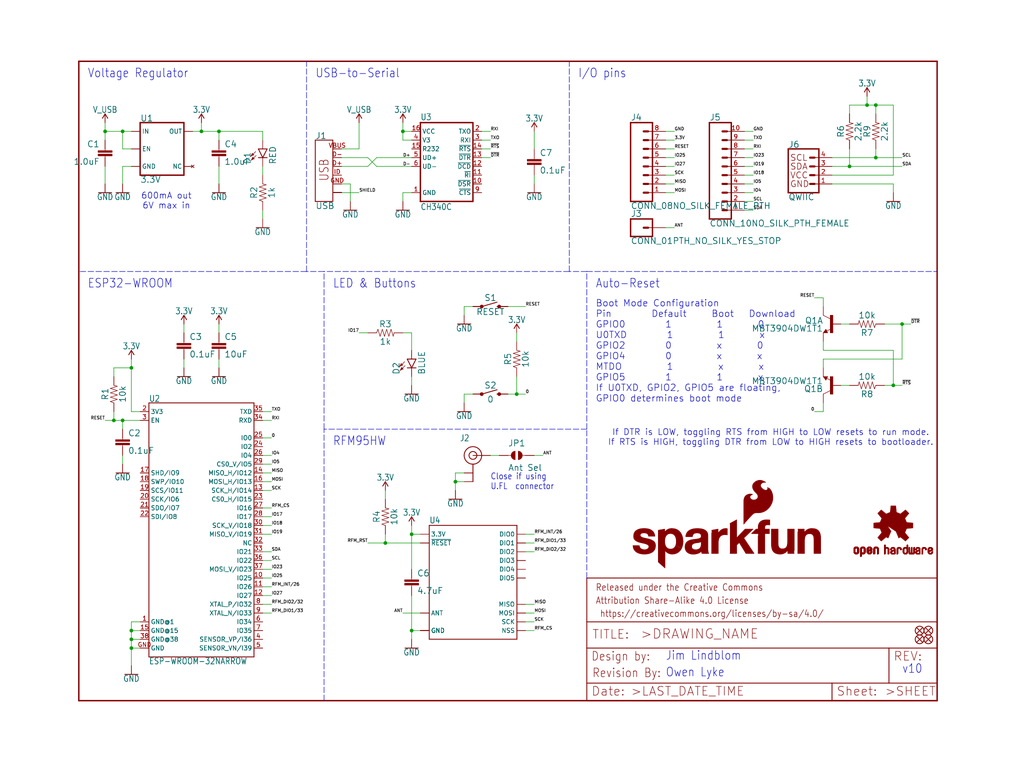
<source format=kicad_sch>
(kicad_sch (version 20211123) (generator eeschema)
  (paper "User" 297.002 223.926)
  (lib_symbols
    (symbol "eagleSchem-eagle-import:0.1UF-0603-25V-(+80{slash}-20%)"
      (property "Reference" "C" (at 1.524 2.921 0))
      (property "Value" "0.1UF-0603-25V-(+80{slash}-20%)" (at 1.524 -2.159 0))
      (symbol "0.1UF-0603-25V-(+80{slash}-20%)_1_0"
        (pin passive line (at 0 5.08 270) (length 2.54) (name "1") (number "1"))
        (pin passive line (at 0 -2.54 90) (length 2.54) (name "2") (number "2"))
      )
    )
    (symbol "eagleSchem-eagle-import:0.1UF-0603-25V-5%"
      (property "Reference" "C" (at 1.524 2.921 0))
      (property "Value" "0.1UF-0603-25V-5%" (at 1.524 -2.159 0))
      (symbol "0.1UF-0603-25V-5%_1_0"
        (pin passive line (at 0 5.08 270) (length 2.54) (name "1") (number "1"))
        (pin passive line (at 0 -2.54 90) (length 2.54) (name "2") (number "2"))
      )
    )
    (symbol "eagleSchem-eagle-import:1.0UF-0603-16V-10%"
      (property "Reference" "C" (at 1.524 2.921 0))
      (property "Value" "1.0UF-0603-16V-10%" (at 1.524 -2.159 0))
      (symbol "1.0UF-0603-16V-10%_1_0"
        (pin passive line (at 0 5.08 270) (length 2.54) (name "1") (number "1"))
        (pin passive line (at 0 -2.54 90) (length 2.54) (name "2") (number "2"))
      )
    )
    (symbol "eagleSchem-eagle-import:10KOHM-0603-1{slash}10W-1%"
      (property "Reference" "R" (at 0 1.524 0))
      (property "Value" "10KOHM-0603-1{slash}10W-1%" (at 0 -1.524 0))
      (symbol "10KOHM-0603-1{slash}10W-1%_1_0"
        (pin passive line (at -5.08 0 0) (length 2.54) (name "1") (number "1"))
        (pin passive line (at 5.08 0 180) (length 2.54) (name "2") (number "2"))
      )
    )
    (symbol "eagleSchem-eagle-import:10UF-0603-6.3V-20%"
      (property "Reference" "C" (at 1.524 2.921 0))
      (property "Value" "10UF-0603-6.3V-20%" (at 1.524 -2.159 0))
      (symbol "10UF-0603-6.3V-20%_1_0"
        (pin passive line (at 0 5.08 270) (length 2.54) (name "1") (number "1"))
        (pin passive line (at 0 -2.54 90) (length 2.54) (name "2") (number "2"))
      )
    )
    (symbol "eagleSchem-eagle-import:1KOHM-0603-1{slash}10W-1%"
      (property "Reference" "R" (at 0 1.524 0))
      (property "Value" "1KOHM-0603-1{slash}10W-1%" (at 0 -1.524 0))
      (symbol "1KOHM-0603-1{slash}10W-1%_1_0"
        (pin passive line (at -5.08 0 0) (length 2.54) (name "1") (number "1"))
        (pin passive line (at 5.08 0 180) (length 2.54) (name "2") (number "2"))
      )
    )
    (symbol "eagleSchem-eagle-import:2.2KOHM-0603-1{slash}10W-1%"
      (property "Reference" "R" (at 0 1.524 0))
      (property "Value" "2.2KOHM-0603-1{slash}10W-1%" (at 0 -1.524 0))
      (symbol "2.2KOHM-0603-1{slash}10W-1%_1_0"
        (pin passive line (at -5.08 0 0) (length 2.54) (name "1") (number "1"))
        (pin passive line (at 5.08 0 180) (length 2.54) (name "2") (number "2"))
      )
    )
    (symbol "eagleSchem-eagle-import:3.3V" (power)
      (property "Value" "3.3V" (at 0 2.794 0))
      (symbol "3.3V_1_0"
        (pin power_in line (at 0 0 90) (length 2.54) (name "3.3V") (number "1"))
      )
    )
    (symbol "eagleSchem-eagle-import:4.7UF-0603-6.3V-(10%)"
      (property "Reference" "C" (at 1.524 2.921 0))
      (property "Value" "4.7UF-0603-6.3V-(10%)" (at 1.524 -2.159 0))
      (symbol "4.7UF-0603-6.3V-(10%)_1_0"
        (pin passive line (at 0 5.08 270) (length 2.54) (name "1") (number "1"))
        (pin passive line (at 0 -2.54 90) (length 2.54) (name "2") (number "2"))
      )
    )
    (symbol "eagleSchem-eagle-import:CH340C"
      (property "Reference" "U" (at -7.62 10.795 0))
      (property "Value" "CH340C" (at -7.62 -15.24 0))
      (symbol "CH340C_1_0"
        (pin bidirectional line (at -10.16 -10.16 0) (length 2.54) (name "GND") (number "1"))
        (pin bidirectional line (at 10.16 -7.62 180) (length 2.54) (name "~{DSR}") (number "10"))
        (pin bidirectional line (at 10.16 -5.08 180) (length 2.54) (name "~{RI}") (number "11"))
        (pin bidirectional line (at 10.16 -2.54 180) (length 2.54) (name "~{DCD}") (number "12"))
        (pin bidirectional line (at 10.16 0 180) (length 2.54) (name "~{DTR}") (number "13"))
        (pin bidirectional line (at 10.16 2.54 180) (length 2.54) (name "~{RTS}") (number "14"))
        (pin bidirectional line (at -10.16 2.54 0) (length 2.54) (name "R232") (number "15"))
        (pin bidirectional line (at -10.16 7.62 0) (length 2.54) (name "VCC") (number "16"))
        (pin bidirectional line (at 10.16 7.62 180) (length 2.54) (name "TXO") (number "2"))
        (pin bidirectional line (at 10.16 5.08 180) (length 2.54) (name "RXI") (number "3"))
        (pin bidirectional line (at -10.16 5.08 0) (length 2.54) (name "V3") (number "4"))
        (pin bidirectional line (at -10.16 0 0) (length 2.54) (name "UD+") (number "5"))
        (pin bidirectional line (at -10.16 -2.54 0) (length 2.54) (name "UD-") (number "6"))
        (pin bidirectional line (at 10.16 -10.16 180) (length 2.54) (name "~{CTS}") (number "9"))
      )
    )
    (symbol "eagleSchem-eagle-import:CONN_01PTH_NO_SILK_YES_STOP"
      (property "Reference" "J" (at -2.54 3.048 0))
      (property "Value" "CONN_01PTH_NO_SILK_YES_STOP" (at -2.54 -4.826 0))
      (symbol "CONN_01PTH_NO_SILK_YES_STOP_1_0"
        (pin passive line (at 7.62 0 180) (length 5.08) (name "1") (number "1"))
      )
    )
    (symbol "eagleSchem-eagle-import:CONN_08NO_SILK_FEMALE_PTH"
      (property "Reference" "J" (at -5.08 13.208 0))
      (property "Value" "CONN_08NO_SILK_FEMALE_PTH" (at -5.08 -12.446 0))
      (symbol "CONN_08NO_SILK_FEMALE_PTH_1_0"
        (pin passive line (at 5.08 -7.62 180) (length 5.08) (name "1") (number "1"))
        (pin passive line (at 5.08 -5.08 180) (length 5.08) (name "2") (number "2"))
        (pin passive line (at 5.08 -2.54 180) (length 5.08) (name "3") (number "3"))
        (pin passive line (at 5.08 0 180) (length 5.08) (name "4") (number "4"))
        (pin passive line (at 5.08 2.54 180) (length 5.08) (name "5") (number "5"))
        (pin passive line (at 5.08 5.08 180) (length 5.08) (name "6") (number "6"))
        (pin passive line (at 5.08 7.62 180) (length 5.08) (name "7") (number "7"))
        (pin passive line (at 5.08 10.16 180) (length 5.08) (name "8") (number "8"))
      )
    )
    (symbol "eagleSchem-eagle-import:CONN_10NO_SILK_PTH_FEMALE"
      (property "Reference" "J" (at 0 8.128 0))
      (property "Value" "CONN_10NO_SILK_PTH_FEMALE" (at 0 -22.606 0))
      (symbol "CONN_10NO_SILK_PTH_FEMALE_1_0"
        (pin passive line (at 10.16 -17.78 180) (length 5.08) (name "1") (number "1"))
        (pin passive line (at 10.16 5.08 180) (length 5.08) (name "10") (number "10"))
        (pin passive line (at 10.16 -15.24 180) (length 5.08) (name "2") (number "2"))
        (pin passive line (at 10.16 -12.7 180) (length 5.08) (name "3") (number "3"))
        (pin passive line (at 10.16 -10.16 180) (length 5.08) (name "4") (number "4"))
        (pin passive line (at 10.16 -7.62 180) (length 5.08) (name "5") (number "5"))
        (pin passive line (at 10.16 -5.08 180) (length 5.08) (name "6") (number "6"))
        (pin passive line (at 10.16 -2.54 180) (length 5.08) (name "7") (number "7"))
        (pin passive line (at 10.16 0 180) (length 5.08) (name "8") (number "8"))
        (pin passive line (at 10.16 2.54 180) (length 5.08) (name "9") (number "9"))
      )
    )
    (symbol "eagleSchem-eagle-import:ESP-WROOM-32NARROW"
      (property "Reference" "U" (at -15.24 35.814 0))
      (property "Value" "ESP-WROOM-32NARROW" (at -15.24 -38.354 0))
      (symbol "ESP-WROOM-32NARROW_1_0"
        (pin bidirectional line (at -17.78 -27.94 0) (length 2.54) (name "GND@1") (number "1"))
        (pin bidirectional line (at 17.78 -15.24 180) (length 2.54) (name "IO25") (number "10"))
        (pin bidirectional line (at 17.78 -17.78 180) (length 2.54) (name "IO26") (number "11"))
        (pin bidirectional line (at 17.78 -20.32 180) (length 2.54) (name "IO27") (number "12"))
        (pin bidirectional line (at 17.78 10.16 180) (length 2.54) (name "SCK_H/IO14") (number "13"))
        (pin bidirectional line (at 17.78 15.24 180) (length 2.54) (name "MISO_H/IO12") (number "14"))
        (pin bidirectional line (at -17.78 -30.48 0) (length 2.54) (name "GND@15") (number "15"))
        (pin bidirectional line (at 17.78 12.7 180) (length 2.54) (name "MOSI_H/IO13") (number "16"))
        (pin bidirectional line (at -17.78 15.24 0) (length 2.54) (name "SHD/IO9") (number "17"))
        (pin bidirectional line (at -17.78 12.7 0) (length 2.54) (name "SWP/IO10") (number "18"))
        (pin bidirectional line (at -17.78 10.16 0) (length 2.54) (name "SCS/IO11") (number "19"))
        (pin bidirectional line (at -17.78 33.02 0) (length 2.54) (name "3V3") (number "2"))
        (pin bidirectional line (at -17.78 7.62 0) (length 2.54) (name "SCK/IO6") (number "20"))
        (pin bidirectional line (at -17.78 5.08 0) (length 2.54) (name "SDO/IO7") (number "21"))
        (pin bidirectional line (at -17.78 2.54 0) (length 2.54) (name "SDI/IO8") (number "22"))
        (pin bidirectional line (at 17.78 7.62 180) (length 2.54) (name "CS0_H/IO15") (number "23"))
        (pin bidirectional line (at 17.78 22.86 180) (length 2.54) (name "IO2") (number "24"))
        (pin bidirectional line (at 17.78 25.4 180) (length 2.54) (name "IO0") (number "25"))
        (pin bidirectional line (at 17.78 20.32 180) (length 2.54) (name "IO4") (number "26"))
        (pin bidirectional line (at 17.78 5.08 180) (length 2.54) (name "IO16") (number "27"))
        (pin bidirectional line (at 17.78 2.54 180) (length 2.54) (name "IO17") (number "28"))
        (pin bidirectional line (at 17.78 17.78 180) (length 2.54) (name "CS0_V/IO5") (number "29"))
        (pin bidirectional line (at -17.78 30.48 0) (length 2.54) (name "EN") (number "3"))
        (pin bidirectional line (at 17.78 0 180) (length 2.54) (name "SCK_V/IO18") (number "30"))
        (pin bidirectional line (at 17.78 -2.54 180) (length 2.54) (name "MISO_V/IO19") (number "31"))
        (pin bidirectional line (at 17.78 -5.08 180) (length 2.54) (name "NC") (number "32"))
        (pin bidirectional line (at 17.78 -7.62 180) (length 2.54) (name "IO21") (number "33"))
        (pin bidirectional line (at 17.78 30.48 180) (length 2.54) (name "RXD") (number "34"))
        (pin bidirectional line (at 17.78 33.02 180) (length 2.54) (name "TXD") (number "35"))
        (pin bidirectional line (at 17.78 -10.16 180) (length 2.54) (name "IO22") (number "36"))
        (pin bidirectional line (at 17.78 -12.7 180) (length 2.54) (name "MOSI_V/IO23") (number "37"))
        (pin bidirectional line (at -17.78 -33.02 0) (length 2.54) (name "GND@38") (number "38"))
        (pin bidirectional line (at 17.78 -33.02 180) (length 2.54) (name "SENSOR_VP/I36") (number "4"))
        (pin bidirectional line (at 17.78 -35.56 180) (length 2.54) (name "SENSOR_VN/I39") (number "5"))
        (pin bidirectional line (at 17.78 -27.94 180) (length 2.54) (name "IO34") (number "6"))
        (pin bidirectional line (at 17.78 -30.48 180) (length 2.54) (name "IO35") (number "7"))
        (pin bidirectional line (at 17.78 -22.86 180) (length 2.54) (name "XTAL_P/IO32") (number "8"))
        (pin bidirectional line (at 17.78 -25.4 180) (length 2.54) (name "XTAL_N/IO33") (number "9"))
        (pin bidirectional line (at -17.78 -35.56 0) (length 2.54) (name "GND") (number "GND"))
      )
    )
    (symbol "eagleSchem-eagle-import:FIDUCIAL1X2")
    (symbol "eagleSchem-eagle-import:FRAME-LETTER"
      (symbol "FRAME-LETTER_2_0"
        (text " https://creativecommons.org/licenses/by-sa/4.0/" (at 2.54 24.13 0) (effects (font (size 1.9304 1.6408)) (justify left bottom)))
        (text ">DRAWING_NAME" (at 15.494 17.78 0) (effects (font (size 2.7432 2.7432)) (justify left bottom)))
        (text ">LAST_DATE_TIME" (at 12.7 1.27 0) (effects (font (size 2.54 2.54)) (justify left bottom)))
        (text ">SHEET" (at 86.36 1.27 0) (effects (font (size 2.54 2.54)) (justify left bottom)))
        (text "Attribution Share-Alike 4.0 License" (at 2.54 27.94 0) (effects (font (size 1.9304 1.6408)) (justify left bottom)))
        (text "Date:" (at 1.27 1.27 0) (effects (font (size 2.54 2.54)) (justify left bottom)))
        (text "Design by:" (at 1.27 11.43 0) (effects (font (size 2.54 2.159)) (justify left bottom)))
        (text "Released under the Creative Commons" (at 2.54 31.75 0) (effects (font (size 1.9304 1.6408)) (justify left bottom)))
        (text "REV:" (at 88.9 11.43 0) (effects (font (size 2.54 2.54)) (justify left bottom)))
        (text "Sheet:" (at 72.39 1.27 0) (effects (font (size 2.54 2.54)) (justify left bottom)))
        (text "TITLE:" (at 1.524 17.78 0) (effects (font (size 2.54 2.54)) (justify left bottom)))
      )
    )
    (symbol "eagleSchem-eagle-import:GND" (power)
      (property "Value" "GND" (at 0 -0.254 0))
      (symbol "GND_1_0"
        (pin power_in line (at 0 2.54 270) (length 2.54) (name "GND") (number "1"))
      )
    )
    (symbol "eagleSchem-eagle-import:JUMPER-SMT_2_NO_NO-SILK"
      (property "Reference" "JP" (at -2.54 2.54 0))
      (property "Value" "JUMPER-SMT_2_NO_NO-SILK" (at -2.54 -2.54 0))
      (symbol "JUMPER-SMT_2_NO_NO-SILK_1_0"
        (pin passive line (at -5.08 0 0) (length 2.54) (name "1") (number "1"))
        (pin passive line (at 5.08 0 180) (length 2.54) (name "2") (number "2"))
      )
    )
    (symbol "eagleSchem-eagle-import:LED-BLUE0603"
      (property "Reference" "D" (at -3.429 -4.572 90))
      (property "Value" "LED-BLUE0603" (at 1.905 -4.572 90))
      (symbol "LED-BLUE0603_1_0"
        (pin passive line (at 0 2.54 270) (length 2.54) (name "A") (number "A"))
        (pin passive line (at 0 -5.08 90) (length 2.54) (name "C") (number "C"))
      )
    )
    (symbol "eagleSchem-eagle-import:LED-RED0603"
      (property "Reference" "D" (at -3.429 -4.572 90))
      (property "Value" "LED-RED0603" (at 1.905 -4.572 90))
      (symbol "LED-RED0603_1_0"
        (pin passive line (at 0 2.54 270) (length 2.54) (name "A") (number "A"))
        (pin passive line (at 0 -5.08 90) (length 2.54) (name "C") (number "C"))
      )
    )
    (symbol "eagleSchem-eagle-import:MOMENTARY-SWITCH-SPST-SMD-4.6X2.8MM"
      (property "Reference" "S" (at 0 1.524 0))
      (property "Value" "MOMENTARY-SWITCH-SPST-SMD-4.6X2.8MM" (at 0 -0.508 0))
      (symbol "MOMENTARY-SWITCH-SPST-SMD-4.6X2.8MM_1_0"
        (pin passive line (at -5.08 0 0) (length 2.54) (name "1") (number "1"))
        (pin passive line (at -5.08 0 0) (length 2.54) (name "1") (number "2"))
        (pin passive line (at 5.08 0 180) (length 2.54) (name "2") (number "3"))
        (pin passive line (at 5.08 0 180) (length 2.54) (name "2") (number "4"))
      )
    )
    (symbol "eagleSchem-eagle-import:OSHW-LOGOS")
    (symbol "eagleSchem-eagle-import:QWIIC_CONNECTORJS-1MM"
      (property "Reference" "J" (at -5.08 7.874 0))
      (property "Value" "QWIIC_CONNECTORJS-1MM" (at -5.08 -5.334 0))
      (symbol "QWIIC_CONNECTORJS-1MM_1_0"
        (text "GND" (at -4.572 -2.54 0) (effects (font (size 1.778 1.778)) (justify left)))
        (text "SCL" (at -4.572 5.08 0) (effects (font (size 1.778 1.778)) (justify left)))
        (text "SDA" (at -4.572 2.54 0) (effects (font (size 1.778 1.778)) (justify left)))
        (text "VCC" (at -4.572 0 0) (effects (font (size 1.778 1.778)) (justify left)))
        (pin power_in line (at 7.62 -2.54 180) (length 5.08) (name "1") (number "1"))
        (pin power_in line (at 7.62 0 180) (length 5.08) (name "2") (number "2"))
        (pin passive line (at 7.62 2.54 180) (length 5.08) (name "3") (number "3"))
        (pin passive line (at 7.62 5.08 180) (length 5.08) (name "4") (number "4"))
      )
    )
    (symbol "eagleSchem-eagle-import:REVISION"
      (symbol "REVISION_1_0"
        (text "Revision By: " (at 0 0 0) (effects (font (size 2.54 2.159)) (justify left bottom)))
      )
    )
    (symbol "eagleSchem-eagle-import:RFM95W"
      (property "Reference" "U" (at -12.668 18.32 0))
      (symbol "RFM95W_1_0"
        (pin bidirectional line (at -15.24 12.7 0) (length 2.54) (name "~{RESET}") (number "!RESET"))
        (pin bidirectional line (at -15.24 15.24 0) (length 2.54) (name "3.3V") (number "3.3V"))
        (pin bidirectional line (at -15.24 -7.62 0) (length 2.54) (name "ANT") (number "ANT"))
        (pin bidirectional line (at 15.24 15.24 180) (length 2.54) (name "DIO0") (number "DIO0"))
        (pin bidirectional line (at 15.24 12.7 180) (length 2.54) (name "DIO1") (number "DIO1"))
        (pin bidirectional line (at 15.24 10.16 180) (length 2.54) (name "DIO2") (number "DIO2"))
        (pin bidirectional line (at 15.24 7.62 180) (length 2.54) (name "DIO3") (number "DIO3"))
        (pin bidirectional line (at 15.24 5.08 180) (length 2.54) (name "DIO4") (number "DIO4"))
        (pin bidirectional line (at 15.24 2.54 180) (length 2.54) (name "DIO5") (number "DIO5"))
        (pin bidirectional line (at -15.24 -12.7 0) (length 2.54) (name "GND") (number "GND@1"))
        (pin bidirectional line (at -15.24 -12.7 0) (length 2.54) (name "GND") (number "GND@2"))
        (pin bidirectional line (at -15.24 -12.7 0) (length 2.54) (name "GND") (number "GND@3"))
        (pin bidirectional line (at 15.24 -5.08 180) (length 2.54) (name "MISO") (number "MISO"))
        (pin bidirectional line (at 15.24 -7.62 180) (length 2.54) (name "MOSI") (number "MOSI"))
        (pin bidirectional line (at 15.24 -12.7 180) (length 2.54) (name "NSS") (number "NSS"))
        (pin bidirectional line (at 15.24 -10.16 180) (length 2.54) (name "SCK") (number "SCK"))
      )
    )
    (symbol "eagleSchem-eagle-import:SFE_LOGO_NAME_FLAME.1_INCH")
    (symbol "eagleSchem-eagle-import:TRANS_NPN_DUAL-MBT3904DW1T1"
      (property "Reference" "Q" (at 2.54 0 0))
      (property "Value" "TRANS_NPN_DUAL-MBT3904DW1T1" (at 2.54 -2.286 0))
      (symbol "TRANS_NPN_DUAL-MBT3904DW1T1_1_0"
        (pin passive line (at 2.54 5.08 270) (length 2.54) (name "C") (number "3"))
        (pin passive line (at 2.54 -5.08 90) (length 2.54) (name "E") (number "4"))
        (pin passive line (at -2.54 0 0) (length 2.54) (name "B") (number "5"))
      )
      (symbol "TRANS_NPN_DUAL-MBT3904DW1T1_2_0"
        (pin passive line (at 2.54 -5.08 90) (length 2.54) (name "E") (number "1"))
        (pin passive line (at -2.54 0 0) (length 2.54) (name "B") (number "2"))
        (pin passive line (at 2.54 5.08 270) (length 2.54) (name "C") (number "6"))
      )
    )
    (symbol "eagleSchem-eagle-import:U.FL"
      (property "Reference" "J" (at -3.81 4.064 0))
      (symbol "U.FL_1_0"
        (pin bidirectional line (at -2.54 -5.08 0) (length 2.54) (name "GND@0") (number "1"))
        (pin bidirectional line (at -2.54 -7.62 0) (length 2.54) (name "GND@1") (number "2"))
        (pin bidirectional line (at 5.08 0 180) (length 5.08) (name "SIGNAL") (number "FEED"))
      )
    )
    (symbol "eagleSchem-eagle-import:USB_MICRO-B_HALF_PTH_MILL"
      (property "Reference" "J" (at -2.54 10.414 0))
      (property "Value" "USB_MICRO-B_HALF_PTH_MILL" (at -2.54 -9.906 0))
      (symbol "USB_MICRO-B_HALF_PTH_MILL_1_0"
        (text "USB" (at 0 1.524 900) (effects (font (size 2.54 2.159))))
        (pin bidirectional line (at 5.08 2.54 180) (length 2.54) (name "D+") (number "D+"))
        (pin bidirectional line (at 5.08 5.08 180) (length 2.54) (name "D-") (number "D-"))
        (pin power_in line (at 5.08 -2.54 180) (length 2.54) (name "GND") (number "GND"))
        (pin bidirectional line (at 5.08 0 180) (length 2.54) (name "ID") (number "ID"))
        (pin bidirectional line (at 5.08 -5.08 180) (length 2.54) (name "SHIELD") (number "SHIELD"))
        (pin bidirectional line (at 5.08 -5.08 180) (length 2.54) (name "SHIELD") (number "SHIELD10"))
        (pin bidirectional line (at 5.08 -5.08 180) (length 2.54) (name "SHIELD") (number "SHIELD2"))
        (pin bidirectional line (at 5.08 -5.08 180) (length 2.54) (name "SHIELD") (number "SHIELD3"))
        (pin bidirectional line (at 5.08 -5.08 180) (length 2.54) (name "SHIELD") (number "SHIELD4"))
        (pin bidirectional line (at 5.08 -5.08 180) (length 2.54) (name "SHIELD") (number "SHIELD5"))
        (pin bidirectional line (at 5.08 -5.08 180) (length 2.54) (name "SHIELD") (number "SHIELD6"))
        (pin bidirectional line (at 5.08 -5.08 180) (length 2.54) (name "SHIELD") (number "SHIELD7"))
        (pin bidirectional line (at 5.08 -5.08 180) (length 2.54) (name "SHIELD") (number "SHIELD8"))
        (pin bidirectional line (at 5.08 -5.08 180) (length 2.54) (name "SHIELD") (number "SHIELD9"))
        (pin power_in line (at 5.08 7.62 180) (length 2.54) (name "VBUS") (number "VBUS"))
      )
    )
    (symbol "eagleSchem-eagle-import:V_REG_AP2112K-3.3V"
      (property "Reference" "U" (at -7.62 7.874 0))
      (property "Value" "V_REG_AP2112K-3.3V" (at -7.62 -7.874 0))
      (symbol "V_REG_AP2112K-3.3V_1_0"
        (pin input line (at -10.16 5.08 0) (length 2.54) (name "IN") (number "1"))
        (pin input line (at -10.16 -5.08 0) (length 2.54) (name "GND") (number "2"))
        (pin input line (at -10.16 0 0) (length 2.54) (name "EN") (number "3"))
        (pin no_connect line (at 7.62 -5.08 180) (length 2.54) (name "NC") (number "4"))
        (pin passive line (at 7.62 5.08 180) (length 2.54) (name "OUT") (number "5"))
      )
    )
    (symbol "eagleSchem-eagle-import:V_USB" (power)
      (property "Value" "V_USB" (at 0 2.794 0))
      (symbol "V_USB_1_0"
        (pin power_in line (at 0 0 90) (length 2.54) (name "V_USB") (number "1"))
      )
    )
  )
  (junction (at 116.84 38.1))
  (junction (at 119.38 154.94))
  (junction (at 38.1 187.96))
  (junction (at 259.08 111.76))
  (junction (at 35.56 38.1))
  (junction (at 119.38 182.88))
  (junction (at 132.08 139.7))
  (junction (at 254 30.48))
  (junction (at 251.46 30.48))
  (junction (at 246.38 48.26))
  (junction (at 111.76 157.48))
  (junction (at 261.62 93.98))
  (junction (at 254 45.72))
  (junction (at 38.1 182.88))
  (junction (at 30.48 38.1))
  (junction (at 149.86 114.3))
  (junction (at 38.1 185.42))
  (junction (at 63.5 38.1))
  (junction (at 35.56 121.92))
  (junction (at 58.42 38.1))
  (junction (at 33.02 121.92))
  (junction (at 38.1 106.68))
  (wire (pts (xy 259.08 111.76) (xy 259.08 101.6)))
  (wire (pts (xy 241.3 48.26) (xy 246.38 48.26)))
  (wire (pts (xy 261.62 104.14) (xy 261.62 93.98)))
  (wire (pts (xy 215.9 38.1) (xy 218.44 38.1)))
  (wire (pts (xy 119.38 101.6) (xy 119.38 96.52)))
  (wire (pts (xy 152.4 180.34) (xy 154.94 180.34)))
  (wire (pts (xy 76.2 165.1) (xy 78.74 165.1)))
  (wire (pts (xy 152.4 182.88) (xy 154.94 182.88)))
  (wire (pts (xy 246.38 48.26) (xy 261.62 48.26)))
  (wire (pts (xy 139.7 38.1) (xy 142.24 38.1)))
  (wire (pts (xy 63.5 106.68) (xy 63.5 104.14)))
  (wire (pts (xy 134.62 139.7) (xy 132.08 139.7)))
  (wire (pts (xy 259.08 101.6) (xy 238.76 101.6)))
  (wire (pts (xy 154.94 50.8) (xy 154.94 53.34)))
  (wire (pts (xy 38.1 180.34) (xy 38.1 182.88)))
  (wire (pts (xy 63.5 38.1) (xy 76.2 38.1)))
  (wire (pts (xy 121.92 157.48) (xy 111.76 157.48)))
  (wire (pts (xy 35.56 48.26) (xy 35.56 53.34)))
  (wire (pts (xy 63.5 38.1) (xy 63.5 40.64)))
  (wire (pts (xy 111.76 154.94) (xy 111.76 157.48)))
  (wire (pts (xy 238.76 106.68) (xy 238.76 104.14)))
  (wire (pts (xy 58.42 38.1) (xy 63.5 38.1)))
  (wire (pts (xy 106.68 96.52) (xy 104.14 96.52)))
  (wire (pts (xy 104.14 43.18) (xy 104.14 35.56)))
  (wire (pts (xy 215.9 55.88) (xy 218.44 55.88)))
  (wire (pts (xy 33.02 106.68) (xy 38.1 106.68)))
  (wire (pts (xy 38.1 48.26) (xy 35.56 48.26)))
  (wire (pts (xy 193.04 40.64) (xy 195.58 40.64)))
  (wire (pts (xy 246.38 111.76) (xy 243.84 111.76)))
  (wire (pts (xy 53.34 93.98) (xy 53.34 96.52)))
  (wire (pts (xy 38.1 187.96) (xy 38.1 193.04)))
  (wire (pts (xy 116.84 55.88) (xy 116.84 58.42)))
  (wire (pts (xy 55.88 38.1) (xy 58.42 38.1)))
  (wire (pts (xy 76.2 154.94) (xy 78.74 154.94)))
  (wire (pts (xy 132.08 137.16) (xy 132.08 139.7)))
  (wire (pts (xy 111.76 157.48) (xy 106.68 157.48)))
  (wire (pts (xy 76.2 48.26) (xy 76.2 50.8)))
  (wire (pts (xy 38.1 43.18) (xy 35.56 43.18)))
  (wire (pts (xy 134.62 137.16) (xy 132.08 137.16)))
  (wire (pts (xy 256.54 111.76) (xy 259.08 111.76)))
  (wire (pts (xy 254 43.18) (xy 254 45.72)))
  (wire (pts (xy 76.2 119.38) (xy 78.74 119.38)))
  (wire (pts (xy 259.08 111.76) (xy 261.62 111.76)))
  (wire (pts (xy 121.92 154.94) (xy 119.38 154.94)))
  (wire (pts (xy 154.94 132.08) (xy 157.48 132.08)))
  (wire (pts (xy 119.38 111.76) (xy 119.38 109.22)))
  (wire (pts (xy 106.68 45.72) (xy 109.22 48.26)))
  (wire (pts (xy 76.2 152.4) (xy 78.74 152.4)))
  (wire (pts (xy 121.92 177.8) (xy 116.84 177.8)))
  (wire (pts (xy 256.54 93.98) (xy 261.62 93.98)))
  (wire (pts (xy 238.76 119.38) (xy 236.22 119.38)))
  (wire (pts (xy 30.48 40.64) (xy 30.48 38.1)))
  (wire (pts (xy 40.64 180.34) (xy 38.1 180.34)))
  (wire (pts (xy 109.22 48.26) (xy 119.38 48.26)))
  (wire (pts (xy 238.76 86.36) (xy 236.22 86.36)))
  (wire (pts (xy 33.02 109.22) (xy 33.02 106.68)))
  (wire (pts (xy 38.1 119.38) (xy 38.1 106.68)))
  (wire (pts (xy 119.38 182.88) (xy 119.38 185.42)))
  (wire (pts (xy 147.32 114.3) (xy 149.86 114.3)))
  (wire (pts (xy 76.2 175.26) (xy 78.74 175.26)))
  (wire (pts (xy 76.2 142.24) (xy 78.74 142.24)))
  (wire (pts (xy 116.84 38.1) (xy 116.84 35.56)))
  (wire (pts (xy 99.06 48.26) (xy 106.68 48.26)))
  (wire (pts (xy 149.86 96.52) (xy 149.86 99.06)))
  (wire (pts (xy 63.5 93.98) (xy 63.5 96.52)))
  (wire (pts (xy 238.76 104.14) (xy 261.62 104.14)))
  (wire (pts (xy 76.2 149.86) (xy 78.74 149.86)))
  (polyline (pts (xy 165.1 78.74) (xy 93.98 78.74)))
  (wire (pts (xy 30.48 35.56) (xy 30.48 38.1)))
  (wire (pts (xy 116.84 40.64) (xy 116.84 38.1)))
  (wire (pts (xy 215.9 40.64) (xy 218.44 40.64)))
  (wire (pts (xy 78.74 167.64) (xy 76.2 167.64)))
  (wire (pts (xy 152.4 160.02) (xy 154.94 160.02)))
  (wire (pts (xy 76.2 121.92) (xy 78.74 121.92)))
  (wire (pts (xy 63.5 53.34) (xy 63.5 48.26)))
  (wire (pts (xy 139.7 43.18) (xy 142.24 43.18)))
  (wire (pts (xy 35.56 124.46) (xy 35.56 121.92)))
  (wire (pts (xy 111.76 142.24) (xy 111.76 144.78)))
  (polyline (pts (xy 170.18 78.74) (xy 165.1 78.74)))
  (wire (pts (xy 99.06 43.18) (xy 104.14 43.18)))
  (wire (pts (xy 251.46 30.48) (xy 251.46 27.94)))
  (wire (pts (xy 149.86 114.3) (xy 152.4 114.3)))
  (wire (pts (xy 254 30.48) (xy 254 33.02)))
  (polyline (pts (xy 88.9 78.74) (xy 88.9 17.78)))
  (wire (pts (xy 76.2 137.16) (xy 78.74 137.16)))
  (wire (pts (xy 215.9 45.72) (xy 218.44 45.72)))
  (wire (pts (xy 139.7 40.64) (xy 142.24 40.64)))
  (wire (pts (xy 215.9 53.34) (xy 218.44 53.34)))
  (wire (pts (xy 215.9 48.26) (xy 218.44 48.26)))
  (wire (pts (xy 215.9 58.42) (xy 218.44 58.42)))
  (wire (pts (xy 30.48 38.1) (xy 35.56 38.1)))
  (wire (pts (xy 132.08 139.7) (xy 132.08 142.24)))
  (wire (pts (xy 33.02 121.92) (xy 30.48 121.92)))
  (wire (pts (xy 193.04 45.72) (xy 195.58 45.72)))
  (wire (pts (xy 40.64 119.38) (xy 38.1 119.38)))
  (wire (pts (xy 40.64 187.96) (xy 38.1 187.96)))
  (wire (pts (xy 149.86 114.3) (xy 149.86 109.22)))
  (wire (pts (xy 134.62 88.9) (xy 134.62 91.44)))
  (wire (pts (xy 99.06 45.72) (xy 106.68 45.72)))
  (wire (pts (xy 38.1 185.42) (xy 38.1 187.96)))
  (wire (pts (xy 101.6 58.42) (xy 101.6 53.34)))
  (wire (pts (xy 238.76 101.6) (xy 238.76 99.06)))
  (wire (pts (xy 147.32 88.9) (xy 152.4 88.9)))
  (wire (pts (xy 76.2 160.02) (xy 78.74 160.02)))
  (wire (pts (xy 241.3 53.34) (xy 259.08 53.34)))
  (polyline (pts (xy 88.9 78.74) (xy 22.86 78.74)))
  (polyline (pts (xy 170.18 78.74) (xy 271.78 78.74)))
  (wire (pts (xy 38.1 182.88) (xy 38.1 185.42)))
  (wire (pts (xy 215.9 60.96) (xy 218.44 60.96)))
  (wire (pts (xy 76.2 139.7) (xy 78.74 139.7)))
  (polyline (pts (xy 93.98 124.46) (xy 93.98 78.74)))
  (polyline (pts (xy 170.18 124.46) (xy 170.18 78.74)))
  (wire (pts (xy 193.04 38.1) (xy 195.58 38.1)))
  (wire (pts (xy 193.04 50.8) (xy 195.58 50.8)))
  (wire (pts (xy 137.16 88.9) (xy 134.62 88.9)))
  (wire (pts (xy 152.4 177.8) (xy 154.94 177.8)))
  (wire (pts (xy 259.08 30.48) (xy 254 30.48)))
  (wire (pts (xy 76.2 162.56) (xy 78.74 162.56)))
  (wire (pts (xy 193.04 43.18) (xy 195.58 43.18)))
  (wire (pts (xy 241.3 45.72) (xy 254 45.72)))
  (wire (pts (xy 215.9 43.18) (xy 218.44 43.18)))
  (wire (pts (xy 259.08 53.34) (xy 259.08 55.88)))
  (wire (pts (xy 76.2 40.64) (xy 76.2 38.1)))
  (wire (pts (xy 119.38 96.52) (xy 116.84 96.52)))
  (wire (pts (xy 246.38 93.98) (xy 243.84 93.98)))
  (wire (pts (xy 33.02 121.92) (xy 33.02 119.38)))
  (wire (pts (xy 119.38 40.64) (xy 116.84 40.64)))
  (wire (pts (xy 246.38 33.02) (xy 246.38 30.48)))
  (wire (pts (xy 76.2 132.08) (xy 78.74 132.08)))
  (wire (pts (xy 76.2 127) (xy 78.74 127)))
  (wire (pts (xy 238.76 88.9) (xy 238.76 86.36)))
  (wire (pts (xy 215.9 50.8) (xy 218.44 50.8)))
  (wire (pts (xy 76.2 147.32) (xy 78.74 147.32)))
  (wire (pts (xy 53.34 106.68) (xy 53.34 104.14)))
  (wire (pts (xy 106.68 48.26) (xy 109.22 45.72)))
  (wire (pts (xy 119.38 38.1) (xy 116.84 38.1)))
  (wire (pts (xy 241.3 50.8) (xy 259.08 50.8)))
  (wire (pts (xy 35.56 134.62) (xy 35.56 132.08)))
  (wire (pts (xy 246.38 43.18) (xy 246.38 48.26)))
  (wire (pts (xy 119.38 172.72) (xy 119.38 182.88)))
  (wire (pts (xy 251.46 30.48) (xy 254 30.48)))
  (wire (pts (xy 121.92 182.88) (xy 119.38 182.88)))
  (wire (pts (xy 144.78 132.08) (xy 142.24 132.08)))
  (wire (pts (xy 30.48 48.26) (xy 30.48 53.34)))
  (wire (pts (xy 40.64 121.92) (xy 35.56 121.92)))
  (wire (pts (xy 193.04 55.88) (xy 195.58 55.88)))
  (wire (pts (xy 134.62 116.84) (xy 134.62 114.3)))
  (wire (pts (xy 193.04 66.04) (xy 195.58 66.04)))
  (wire (pts (xy 35.56 121.92) (xy 33.02 121.92)))
  (wire (pts (xy 193.04 48.26) (xy 195.58 48.26)))
  (wire (pts (xy 76.2 177.8) (xy 78.74 177.8)))
  (wire (pts (xy 193.04 53.34) (xy 195.58 53.34)))
  (wire (pts (xy 99.06 55.88) (xy 104.14 55.88)))
  (wire (pts (xy 154.94 43.18) (xy 154.94 38.1)))
  (wire (pts (xy 76.2 170.18) (xy 78.74 170.18)))
  (wire (pts (xy 76.2 60.96) (xy 76.2 63.5)))
  (wire (pts (xy 40.64 185.42) (xy 38.1 185.42)))
  (polyline (pts (xy 93.98 203.2) (xy 93.98 124.46)))
  (wire (pts (xy 259.08 50.8) (xy 259.08 30.48)))
  (polyline (pts (xy 170.18 167.64) (xy 170.18 124.46)))
  (wire (pts (xy 38.1 106.68) (xy 38.1 104.14)))
  (wire (pts (xy 261.62 93.98) (xy 264.16 93.98)))
  (wire (pts (xy 119.38 165.1) (xy 119.38 154.94)))
  (wire (pts (xy 254 45.72) (xy 261.62 45.72)))
  (polyline (pts (xy 170.18 124.46) (xy 93.98 124.46)))
  (wire (pts (xy 40.64 182.88) (xy 38.1 182.88)))
  (wire (pts (xy 137.16 114.3) (xy 134.62 114.3)))
  (wire (pts (xy 119.38 154.94) (xy 119.38 152.4)))
  (wire (pts (xy 101.6 53.34) (xy 99.06 53.34)))
  (polyline (pts (xy 165.1 78.74) (xy 165.1 17.78)))
  (wire (pts (xy 152.4 154.94) (xy 154.94 154.94)))
  (polyline (pts (xy 93.98 78.74) (xy 88.9 78.74)))
  (wire (pts (xy 119.38 55.88) (xy 116.84 55.88)))
  (wire (pts (xy 76.2 134.62) (xy 78.74 134.62)))
  (wire (pts (xy 238.76 119.38) (xy 238.76 116.84)))
  (wire (pts (xy 152.4 175.26) (xy 154.94 175.26)))
  (wire (pts (xy 152.4 157.48) (xy 154.94 157.48)))
  (wire (pts (xy 246.38 30.48) (xy 251.46 30.48)))
  (wire (pts (xy 76.2 172.72) (xy 78.74 172.72)))
  (wire (pts (xy 139.7 45.72) (xy 142.24 45.72)))
  (wire (pts (xy 58.42 35.56) (xy 58.42 38.1)))
  (wire (pts (xy 35.56 38.1) (xy 38.1 38.1)))
  (wire (pts (xy 109.22 45.72) (xy 119.38 45.72)))
  (wire (pts (xy 35.56 43.18) (xy 35.56 38.1)))
  (text "Boot Mode Configuration\nPin        Default     Boot   Download\nGPIO0        1         1       0\nU0TXD        1         1       x\nGPIO2        0         x       0\nGPIO4        0         x       x\nMTDO         1         x       x\nGPIO5        1         1       x\nIf U0TXD, GPIO2, GPIO5 are floating,\nGPIO0 determines boot mode" (at 172.72 116.84 0) (effects (font (size 1.905 1.905)) (justify left bottom)))
  (text "600mA out\n6V max in" (at 48.26 55.88 180) (effects (font (size 1.778 1.778)) (justify top)))
  (text "v10" (at 261.62 195.58 180) (effects (font (size 2.54 2.159)) (justify left bottom)))
  (text "If DTR is LOW, toggling RTS from HIGH to LOW resets to run mode.\nIf RTS is HIGH, toggling DTR from LOW to HIGH resets to bootloader." (at 223.52 124.46 0) (effects (font (size 1.778 1.778)) (justify top)))
  (text "LED & Buttons" (at 96.52 83.82 180) (effects (font (size 2.54 2.159)) (justify left bottom)))
  (text "Close if using\nU.FL  connector" (at 142.24 142.24 180) (effects (font (size 1.778 1.5113)) (justify left bottom)))
  (text "I/O pins" (at 167.64 22.86 180) (effects (font (size 2.54 2.159)) (justify left bottom)))
  (text "RFM95HW" (at 96.52 129.54 180) (effects (font (size 2.54 2.159)) (justify left bottom)))
  (text "ESP32-WROOM" (at 25.4 83.82 180) (effects (font (size 2.54 2.159)) (justify left bottom)))
  (text "Voltage Regulator" (at 25.4 22.86 180) (effects (font (size 2.54 2.159)) (justify left bottom)))
  (text "Owen Lyke" (at 193.04 196.596 180) (effects (font (size 2.54 2.159)) (justify left bottom)))
  (text "Jim Lindblom" (at 193.04 191.77 180) (effects (font (size 2.54 2.159)) (justify left bottom)))
  (text "USB-to-Serial" (at 91.44 22.86 180) (effects (font (size 2.54 2.159)) (justify left bottom)))
  (text "Auto-Reset" (at 172.72 83.82 180) (effects (font (size 2.54 2.159)) (justify left bottom)))
  (label "IO17" (at 104.14 96.52 180) (effects (font (size 0.889 0.889))))
  (label "TXO" (at 218.44 40.64 0) (effects (font (size 0.889 0.889))))
  (label "IO5" (at 218.44 53.34 0) (effects (font (size 0.889 0.889))))
  (label "IO23" (at 218.44 45.72 0) (effects (font (size 0.889 0.889))))
  (label "SCL" (at 218.44 58.42 0) (effects (font (size 0.889 0.889))))
  (label "D+" (at 116.84 45.72 0) (effects (font (size 0.889 0.889))))
  (label "MOSI" (at 78.74 139.7 0) (effects (font (size 0.889 0.889))))
  (label "MISO" (at 154.94 175.26 0) (effects (font (size 0.889 0.889))))
  (label "GND" (at 195.58 38.1 0) (effects (font (size 0.889 0.889))))
  (label "TXO" (at 142.24 40.64 0) (effects (font (size 0.889 0.889))))
  (label "SHIELD" (at 104.14 55.88 0) (effects (font (size 0.889 0.889))))
  (label "GND" (at 218.44 38.1 0) (effects (font (size 0.889 0.889))))
  (label "~{RTS}" (at 142.24 43.18 0) (effects (font (size 0.889 0.889))))
  (label "MOSI" (at 195.58 55.88 0) (effects (font (size 0.889 0.889))))
  (label "IO4" (at 218.44 55.88 0) (effects (font (size 0.889 0.889))))
  (label "IO17" (at 78.74 149.86 0) (effects (font (size 0.889 0.889))))
  (label "IO27" (at 195.58 48.26 0) (effects (font (size 0.889 0.889))))
  (label "MISO" (at 78.74 137.16 0) (effects (font (size 0.889 0.889))))
  (label "IO18" (at 218.44 50.8 0) (effects (font (size 0.889 0.889))))
  (label "IO18" (at 78.74 152.4 0) (effects (font (size 0.889 0.889))))
  (label "~{RTS}" (at 261.62 111.76 0) (effects (font (size 0.889 0.889))))
  (label "SCK" (at 154.94 180.34 0) (effects (font (size 0.889 0.889))))
  (label "0" (at 78.74 127 0) (effects (font (size 0.889 0.889))))
  (label "IO4" (at 78.74 132.08 0) (effects (font (size 0.889 0.889))))
  (label "MOSI" (at 154.94 177.8 0) (effects (font (size 0.889 0.889))))
  (label "SCL" (at 78.74 162.56 0) (effects (font (size 0.889 0.889))))
  (label "IO23" (at 78.74 165.1 0) (effects (font (size 0.889 0.889))))
  (label "SDA" (at 78.74 160.02 0) (effects (font (size 0.889 0.889))))
  (label "RESET" (at 152.4 88.9 0) (effects (font (size 0.889 0.889))))
  (label "~{DTR}" (at 142.24 45.72 0) (effects (font (size 0.889 0.889))))
  (label "IO19" (at 78.74 154.94 0) (effects (font (size 0.889 0.889))))
  (label "RESET" (at 195.58 43.18 0) (effects (font (size 0.889 0.889))))
  (label "IO19" (at 218.44 48.26 0) (effects (font (size 0.889 0.889))))
  (label "IO27" (at 78.74 172.72 0) (effects (font (size 0.889 0.889))))
  (label "3.3V" (at 195.58 40.64 0) (effects (font (size 0.889 0.889))))
  (label "SCL" (at 261.62 45.72 0) (effects (font (size 0.889 0.889))))
  (label "RESET" (at 30.48 121.92 180) (effects (font (size 0.889 0.889))))
  (label "SDA" (at 218.44 60.96 0) (effects (font (size 0.889 0.889))))
  (label "RFM_DIO2/32" (at 78.74 175.26 0) (effects (font (size 0.889 0.889))))
  (label "RXI" (at 142.24 38.1 0) (effects (font (size 0.889 0.889))))
  (label "RFM_INT/26" (at 78.74 170.18 0) (effects (font (size 0.889 0.889))))
  (label "RESET" (at 236.22 86.36 180) (effects (font (size 0.889 0.889))))
  (label "RXI" (at 78.74 121.92 0) (effects (font (size 0.889 0.889))))
  (label "MISO" (at 195.58 53.34 0) (effects (font (size 0.889 0.889))))
  (label "RFM_DIO1/33" (at 154.94 157.48 0) (effects (font (size 0.889 0.889))))
  (label "~{DTR}" (at 264.16 93.98 0) (effects (font (size 0.889 0.889))))
  (label "IO25" (at 195.58 45.72 0) (effects (font (size 0.889 0.889))))
  (label "IO25" (at 78.74 167.64 0) (effects (font (size 0.889 0.889))))
  (label "0" (at 236.22 119.38 180) (effects (font (size 0.889 0.889))))
  (label "RFM_RST" (at 106.68 157.48 180) (effects (font (size 0.889 0.889))))
  (label "RFM_CS" (at 154.94 182.88 0) (effects (font (size 0.889 0.889))))
  (label "ANT" (at 157.48 132.08 0) (effects (font (size 0.889 0.889))))
  (label "RFM_CS" (at 78.74 147.32 0) (effects (font (size 0.889 0.889))))
  (label "D-" (at 116.84 48.26 0) (effects (font (size 0.889 0.889))))
  (label "SDA" (at 261.62 48.26 0) (effects (font (size 0.889 0.889))))
  (label "TXO" (at 78.74 119.38 0) (effects (font (size 0.889 0.889))))
  (label "ANT" (at 116.84 177.8 180) (effects (font (size 0.889 0.889))))
  (label "RFM_INT/26" (at 154.94 154.94 0) (effects (font (size 0.889 0.889))))
  (label "SCK" (at 195.58 50.8 0) (effects (font (size 0.889 0.889))))
  (label "0" (at 152.4 114.3 0) (effects (font (size 0.889 0.889))))
  (label "RXI" (at 218.44 43.18 0) (effects (font (size 0.889 0.889))))
  (label "ANT" (at 195.58 66.04 0) (effects (font (size 0.889 0.889))))
  (label "SCK" (at 78.74 142.24 0) (effects (font (size 0.889 0.889))))
  (label "RFM_DIO1/33" (at 78.74 177.8 0) (effects (font (size 0.889 0.889))))
  (label "IO5" (at 78.74 134.62 0) (effects (font (size 0.889 0.889))))
  (label "RFM_DIO2/32" (at 154.94 160.02 0) (effects (font (size 0.889 0.889))))
  (symbol (lib_id "eagleSchem-eagle-import:2.2KOHM-0603-1{slash}10W-1%") (at 254 38.1 90) (unit 1)
    (property "Reference" "R9" (at 252.476 38.1 0) (effects (font (size 1.778 1.778)) (justify bottom)))
    (property "Value" "2.2k" (at 255.524 38.1 0) (effects (font (size 1.778 1.778)) (justify top)))
    (property "Footprint" "eagleSchem:0603" (effects hide))
  )
  (symbol (lib_id "eagleSchem-eagle-import:3.3V") (at 119.38 152.4 0) (unit 1)
    (property "Reference" "#SUPPLY9" (effects hide))
    (property "Value" "3.3V" (at 119.38 149.606 0) (effects (font (size 1.778 1.5113)) (justify bottom)))
    (property "Footprint" "eagleSchem:" (effects hide))
  )
  (symbol (lib_id "eagleSchem-eagle-import:10KOHM-0603-1{slash}10W-1%") (at 251.46 111.76 180) (unit 1)
    (property "Reference" "R8" (at 251.46 113.284 0) (effects (font (size 1.778 1.778)) (justify bottom)))
    (property "Value" "10k" (at 251.46 110.236 0) (effects (font (size 1.778 1.778)) (justify top)))
    (property "Footprint" "eagleSchem:0603" (effects hide))
  )
  (symbol (lib_id "eagleSchem-eagle-import:CONN_10NO_SILK_PTH_FEMALE") (at 205.74 43.18 0) (unit 1)
    (property "Reference" "J5" (at 205.74 35.052 0) (effects (font (size 1.778 1.778)) (justify left bottom)))
    (property "Value" "CONN_10NO_SILK_PTH_FEMALE" (at 205.74 65.786 0) (effects (font (size 1.778 1.778)) (justify left bottom)))
    (property "Footprint" "eagleSchem:1X10_NO_SILK" (effects hide))
  )
  (symbol (lib_id "eagleSchem-eagle-import:TRANS_NPN_DUAL-MBT3904DW1T1") (at 241.3 93.98 0) (mirror y) (unit 1)
    (property "Reference" "Q1" (at 238.76 93.98 0) (effects (font (size 1.778 1.778)) (justify left bottom)))
    (property "Value" "MBT3904DW1T1" (at 238.76 96.266 0) (effects (font (size 1.778 1.778)) (justify left bottom)))
    (property "Footprint" "eagleSchem:SC70-6" (effects hide))
  )
  (symbol (lib_id "eagleSchem-eagle-import:0.1UF-0603-25V-5%") (at 154.94 48.26 0) (unit 1)
    (property "Reference" "C7" (at 156.464 45.339 0) (effects (font (size 1.778 1.778)) (justify left bottom)))
    (property "Value" "0.1uF" (at 156.464 50.419 0) (effects (font (size 1.778 1.778)) (justify left bottom)))
    (property "Footprint" "eagleSchem:0603" (effects hide))
  )
  (symbol (lib_id "eagleSchem-eagle-import:10UF-0603-6.3V-20%") (at 63.5 101.6 0) (unit 1)
    (property "Reference" "C5" (at 65.024 98.679 0) (effects (font (size 1.778 1.778)) (justify left bottom)))
    (property "Value" "10uF" (at 65.024 103.759 0) (effects (font (size 1.778 1.778)) (justify left bottom)))
    (property "Footprint" "eagleSchem:0603" (effects hide))
  )
  (symbol (lib_id "eagleSchem-eagle-import:CH340C") (at 129.54 45.72 0) (unit 1)
    (property "Reference" "U3" (at 121.92 34.925 0) (effects (font (size 1.778 1.5113)) (justify left bottom)))
    (property "Value" "CH340C" (at 121.92 60.96 0) (effects (font (size 1.778 1.5113)) (justify left bottom)))
    (property "Footprint" "eagleSchem:SO016" (effects hide))
  )
  (symbol (lib_id "eagleSchem-eagle-import:3.3V") (at 38.1 104.14 0) (unit 1)
    (property "Reference" "#SUPPLY2" (effects hide))
    (property "Value" "3.3V" (at 38.1 101.346 0) (effects (font (size 1.778 1.5113)) (justify bottom)))
    (property "Footprint" "eagleSchem:" (effects hide))
  )
  (symbol (lib_id "eagleSchem-eagle-import:JUMPER-SMT_2_NO_NO-SILK") (at 149.86 132.08 0) (unit 1)
    (property "Reference" "JP1" (at 147.32 129.54 0) (effects (font (size 1.778 1.778)) (justify left bottom)))
    (property "Value" "Ant Sel" (at 147.32 134.62 0) (effects (font (size 1.778 1.778)) (justify left top)))
    (property "Footprint" "eagleSchem:SMT-JUMPER_2_NO_NO-SILK" (effects hide))
  )
  (symbol (lib_id "eagleSchem-eagle-import:V_USB") (at 30.48 35.56 0) (unit 1)
    (property "Reference" "#SUPPLY1" (effects hide))
    (property "Value" "V_USB" (at 30.48 32.766 0) (effects (font (size 1.778 1.5113)) (justify bottom)))
    (property "Footprint" "eagleSchem:" (effects hide))
  )
  (symbol (lib_id "eagleSchem-eagle-import:GND") (at 119.38 114.3 0) (unit 1)
    (property "Reference" "#GND11" (effects hide))
    (property "Value" "GND" (at 119.38 114.554 0) (effects (font (size 1.778 1.5113)) (justify top)))
    (property "Footprint" "eagleSchem:" (effects hide))
  )
  (symbol (lib_id "eagleSchem-eagle-import:GND") (at 119.38 187.96 0) (unit 1)
    (property "Reference" "#GND12" (effects hide))
    (property "Value" "GND" (at 119.38 188.214 0) (effects (font (size 1.778 1.5113)) (justify top)))
    (property "Footprint" "eagleSchem:" (effects hide))
  )
  (symbol (lib_id "eagleSchem-eagle-import:3.3V") (at 154.94 38.1 0) (unit 1)
    (property "Reference" "#SUPPLY11" (effects hide))
    (property "Value" "3.3V" (at 154.94 35.306 0) (effects (font (size 1.778 1.5113)) (justify bottom)))
    (property "Footprint" "eagleSchem:" (effects hide))
  )
  (symbol (lib_id "eagleSchem-eagle-import:0.1UF-0603-25V-(+80{slash}-20%)") (at 53.34 101.6 0) (unit 1)
    (property "Reference" "C3" (at 54.864 98.679 0) (effects (font (size 1.778 1.778)) (justify left bottom)))
    (property "Value" "0.1uF" (at 54.864 103.759 0) (effects (font (size 1.778 1.778)) (justify left bottom)))
    (property "Footprint" "eagleSchem:0603" (effects hide))
  )
  (symbol (lib_id "eagleSchem-eagle-import:LED-BLUE0603") (at 119.38 104.14 0) (unit 1)
    (property "Reference" "D2" (at 115.951 108.712 90) (effects (font (size 1.778 1.778)) (justify left bottom)))
    (property "Value" "BLUE" (at 121.285 108.712 90) (effects (font (size 1.778 1.778)) (justify left top)))
    (property "Footprint" "eagleSchem:LED-0603" (effects hide))
  )
  (symbol (lib_id "eagleSchem-eagle-import:GND") (at 134.62 93.98 0) (unit 1)
    (property "Reference" "#GND14" (effects hide))
    (property "Value" "GND" (at 134.62 94.234 0) (effects (font (size 1.778 1.5113)) (justify top)))
    (property "Footprint" "eagleSchem:" (effects hide))
  )
  (symbol (lib_id "eagleSchem-eagle-import:FIDUCIAL1X2") (at 266.7 182.88 0) (unit 1)
    (property "Reference" "FD1" (effects hide))
    (property "Value" "FIDUCIAL1X2" (effects hide))
    (property "Footprint" "eagleSchem:FIDUCIAL-1X2" (effects hide))
  )
  (symbol (lib_id "eagleSchem-eagle-import:RFM95W") (at 137.16 170.18 0) (unit 1)
    (property "Reference" "U4" (at 124.492 151.86 0) (effects (font (size 1.778 1.5113)) (justify left bottom)))
    (property "Value" "RFM95W" (effects hide))
    (property "Footprint" "eagleSchem:RFM95_96_97_98W" (effects hide))
  )
  (symbol (lib_id "eagleSchem-eagle-import:V_USB") (at 104.14 35.56 0) (unit 1)
    (property "Reference" "#SUPPLY6" (effects hide))
    (property "Value" "V_USB" (at 104.14 32.766 0) (effects (font (size 1.778 1.5113)) (justify bottom)))
    (property "Footprint" "eagleSchem:" (effects hide))
  )
  (symbol (lib_id "eagleSchem-eagle-import:MOMENTARY-SWITCH-SPST-SMD-4.6X2.8MM") (at 142.24 88.9 0) (unit 1)
    (property "Reference" "S1" (at 142.24 87.376 0) (effects (font (size 1.778 1.778)) (justify bottom)))
    (property "Value" "RESET" (at 142.24 89.408 0) (effects (font (size 1.778 1.778)) (justify top)))
    (property "Footprint" "eagleSchem:TACTILE_SWITCH_SMD_4.6X2.8MM" (effects hide))
  )
  (symbol (lib_id "eagleSchem-eagle-import:1KOHM-0603-1{slash}10W-1%") (at 111.76 96.52 0) (unit 1)
    (property "Reference" "R3" (at 111.76 94.996 0) (effects (font (size 1.778 1.778)) (justify bottom)))
    (property "Value" "1k" (at 111.76 98.044 0) (effects (font (size 1.778 1.778)) (justify top)))
    (property "Footprint" "eagleSchem:0603" (effects hide))
  )
  (symbol (lib_id "eagleSchem-eagle-import:GND") (at 134.62 119.38 0) (unit 1)
    (property "Reference" "#GND15" (effects hide))
    (property "Value" "GND" (at 134.62 119.634 0) (effects (font (size 1.778 1.5113)) (justify top)))
    (property "Footprint" "eagleSchem:" (effects hide))
  )
  (symbol (lib_id "eagleSchem-eagle-import:GND") (at 154.94 55.88 0) (unit 1)
    (property "Reference" "#GND16" (effects hide))
    (property "Value" "GND" (at 154.94 56.134 0) (effects (font (size 1.778 1.5113)) (justify top)))
    (property "Footprint" "eagleSchem:" (effects hide))
  )
  (symbol (lib_id "eagleSchem-eagle-import:10KOHM-0603-1{slash}10W-1%") (at 111.76 149.86 90) (unit 1)
    (property "Reference" "R4" (at 110.236 149.86 0) (effects (font (size 1.778 1.778)) (justify bottom)))
    (property "Value" "10k" (at 113.284 149.86 0) (effects (font (size 1.778 1.778)) (justify top)))
    (property "Footprint" "eagleSchem:0603" (effects hide))
  )
  (symbol (lib_id "eagleSchem-eagle-import:CONN_08NO_SILK_FEMALE_PTH") (at 187.96 48.26 0) (unit 1)
    (property "Reference" "J4" (at 182.88 35.052 0) (effects (font (size 1.778 1.778)) (justify left bottom)))
    (property "Value" "CONN_08NO_SILK_FEMALE_PTH" (at 182.88 60.706 0) (effects (font (size 1.778 1.778)) (justify left bottom)))
    (property "Footprint" "eagleSchem:1X08_NO_SILK" (effects hide))
  )
  (symbol (lib_id "eagleSchem-eagle-import:GND") (at 30.48 55.88 0) (unit 1)
    (property "Reference" "#GND1" (effects hide))
    (property "Value" "GND" (at 30.48 56.134 0) (effects (font (size 1.778 1.5113)) (justify top)))
    (property "Footprint" "eagleSchem:" (effects hide))
  )
  (symbol (lib_id "eagleSchem-eagle-import:GND") (at 35.56 55.88 0) (unit 1)
    (property "Reference" "#GND2" (effects hide))
    (property "Value" "GND" (at 35.56 56.134 0) (effects (font (size 1.778 1.5113)) (justify top)))
    (property "Footprint" "eagleSchem:" (effects hide))
  )
  (symbol (lib_id "eagleSchem-eagle-import:1.0UF-0603-16V-10%") (at 30.48 45.72 0) (mirror y) (unit 1)
    (property "Reference" "C1" (at 28.956 42.799 0) (effects (font (size 1.778 1.778)) (justify left bottom)))
    (property "Value" "1.0uF" (at 28.956 47.879 0) (effects (font (size 1.778 1.778)) (justify left bottom)))
    (property "Footprint" "eagleSchem:0603" (effects hide))
  )
  (symbol (lib_id "eagleSchem-eagle-import:GND") (at 101.6 60.96 0) (unit 1)
    (property "Reference" "#GND9" (effects hide))
    (property "Value" "GND" (at 101.6 61.214 0) (effects (font (size 1.778 1.5113)) (justify top)))
    (property "Footprint" "eagleSchem:" (effects hide))
  )
  (symbol (lib_id "eagleSchem-eagle-import:1.0UF-0603-16V-10%") (at 63.5 45.72 0) (unit 1)
    (property "Reference" "C4" (at 65.024 42.799 0) (effects (font (size 1.778 1.778)) (justify left bottom)))
    (property "Value" "1.0uF" (at 65.024 47.879 0) (effects (font (size 1.778 1.778)) (justify left bottom)))
    (property "Footprint" "eagleSchem:0603" (effects hide))
  )
  (symbol (lib_id "eagleSchem-eagle-import:GND") (at 63.5 109.22 0) (unit 1)
    (property "Reference" "#GND7" (effects hide))
    (property "Value" "GND" (at 63.5 109.474 0) (effects (font (size 1.778 1.5113)) (justify top)))
    (property "Footprint" "eagleSchem:" (effects hide))
  )
  (symbol (lib_id "eagleSchem-eagle-import:4.7UF-0603-6.3V-(10%)") (at 119.38 170.18 0) (unit 1)
    (property "Reference" "C6" (at 120.904 167.259 0) (effects (font (size 1.778 1.778)) (justify left bottom)))
    (property "Value" "4.7uF" (at 120.904 172.339 0) (effects (font (size 1.778 1.778)) (justify left bottom)))
    (property "Footprint" "eagleSchem:0603" (effects hide))
  )
  (symbol (lib_id "eagleSchem-eagle-import:FIDUCIAL1X2") (at 266.7 185.42 0) (unit 1)
    (property "Reference" "FD2" (effects hide))
    (property "Value" "FIDUCIAL1X2" (effects hide))
    (property "Footprint" "eagleSchem:FIDUCIAL-1X2" (effects hide))
  )
  (symbol (lib_id "eagleSchem-eagle-import:3.3V") (at 58.42 35.56 0) (unit 1)
    (property "Reference" "#SUPPLY4" (effects hide))
    (property "Value" "3.3V" (at 58.42 32.766 0) (effects (font (size 1.778 1.5113)) (justify bottom)))
    (property "Footprint" "eagleSchem:" (effects hide))
  )
  (symbol (lib_id "eagleSchem-eagle-import:GND") (at 38.1 195.58 0) (unit 1)
    (property "Reference" "#GND4" (effects hide))
    (property "Value" "GND" (at 38.1 195.834 0) (effects (font (size 1.778 1.5113)) (justify top)))
    (property "Footprint" "eagleSchem:" (effects hide))
  )
  (symbol (lib_id "eagleSchem-eagle-import:10KOHM-0603-1{slash}10W-1%") (at 251.46 93.98 180) (unit 1)
    (property "Reference" "R7" (at 251.46 95.504 0) (effects (font (size 1.778 1.778)) (justify bottom)))
    (property "Value" "10k" (at 251.46 92.456 0) (effects (font (size 1.778 1.778)) (justify top)))
    (property "Footprint" "eagleSchem:0603" (effects hide))
  )
  (symbol (lib_id "eagleSchem-eagle-import:SFE_LOGO_NAME_FLAME.1_INCH") (at 182.88 165.1 0) (unit 1)
    (property "Reference" "LOGO2" (effects hide))
    (property "Value" "SFE_LOGO_NAME_FLAME.1_INCH" (effects hide))
    (property "Footprint" "eagleSchem:SFE_LOGO_NAME_FLAME_.1" (effects hide))
  )
  (symbol (lib_id "eagleSchem-eagle-import:GND") (at 116.84 60.96 0) (unit 1)
    (property "Reference" "#GND10" (effects hide))
    (property "Value" "GND" (at 116.84 61.214 0) (effects (font (size 1.778 1.5113)) (justify top)))
    (property "Footprint" "eagleSchem:" (effects hide))
  )
  (symbol (lib_id "eagleSchem-eagle-import:U.FL") (at 137.16 132.08 0) (unit 1)
    (property "Reference" "J2" (at 133.35 128.016 0) (effects (font (size 1.778 1.5113)) (justify left bottom)))
    (property "Value" "U.FL" (effects hide))
    (property "Footprint" "eagleSchem:U.FL" (effects hide))
  )
  (symbol (lib_id "eagleSchem-eagle-import:10KOHM-0603-1{slash}10W-1%") (at 149.86 104.14 90) (unit 1)
    (property "Reference" "R5" (at 148.336 104.14 0) (effects (font (size 1.778 1.778)) (justify bottom)))
    (property "Value" "10k" (at 151.384 104.14 0) (effects (font (size 1.778 1.778)) (justify top)))
    (property "Footprint" "eagleSchem:0603" (effects hide))
  )
  (symbol (lib_id "eagleSchem-eagle-import:GND") (at 76.2 66.04 0) (unit 1)
    (property "Reference" "#GND8" (effects hide))
    (property "Value" "GND" (at 76.2 66.294 0) (effects (font (size 1.778 1.5113)) (justify top)))
    (property "Footprint" "eagleSchem:" (effects hide))
  )
  (symbol (lib_id "eagleSchem-eagle-import:1KOHM-0603-1{slash}10W-1%") (at 76.2 55.88 90) (unit 1)
    (property "Reference" "R2" (at 74.676 55.88 0) (effects (font (size 1.778 1.778)) (justify bottom)))
    (property "Value" "1k" (at 77.724 55.88 0) (effects (font (size 1.778 1.778)) (justify top)))
    (property "Footprint" "eagleSchem:0603" (effects hide))
  )
  (symbol (lib_id "eagleSchem-eagle-import:GND") (at 132.08 144.78 0) (unit 1)
    (property "Reference" "#GND13" (effects hide))
    (property "Value" "GND" (at 132.08 145.034 0) (effects (font (size 1.778 1.5113)) (justify top)))
    (property "Footprint" "eagleSchem:" (effects hide))
  )
  (symbol (lib_id "eagleSchem-eagle-import:0.1UF-0603-25V-(+80{slash}-20%)") (at 35.56 129.54 0) (unit 1)
    (property "Reference" "C2" (at 37.084 126.619 0) (effects (font (size 1.778 1.778)) (justify left bottom)))
    (property "Value" "0.1uF" (at 37.084 131.699 0) (effects (font (size 1.778 1.778)) (justify left bottom)))
    (property "Footprint" "eagleSchem:0603" (effects hide))
  )
  (symbol (lib_id "eagleSchem-eagle-import:GND") (at 259.08 58.42 0) (unit 1)
    (property "Reference" "#GND17" (effects hide))
    (property "Value" "GND" (at 259.08 58.674 0) (effects (font (size 1.778 1.5113)) (justify top)))
    (property "Footprint" "eagleSchem:" (effects hide))
  )
  (symbol (lib_id "eagleSchem-eagle-import:MOMENTARY-SWITCH-SPST-SMD-4.6X2.8MM") (at 142.24 114.3 0) (unit 1)
    (property "Reference" "S2" (at 142.24 112.776 0) (effects (font (size 1.778 1.778)) (justify bottom)))
    (property "Value" "0" (at 142.24 114.808 0) (effects (font (size 1.778 1.778)) (justify top)))
    (property "Footprint" "eagleSchem:TACTILE_SWITCH_SMD_4.6X2.8MM" (effects hide))
  )
  (symbol (lib_id "eagleSchem-eagle-import:10KOHM-0603-1{slash}10W-1%") (at 33.02 114.3 90) (unit 1)
    (property "Reference" "R1" (at 31.496 114.3 0) (effects (font (size 1.778 1.778)) (justify bottom)))
    (property "Value" "10k" (at 34.544 114.3 0) (effects (font (size 1.778 1.778)) (justify top)))
    (property "Footprint" "eagleSchem:0603" (effects hide))
  )
  (symbol (lib_id "eagleSchem-eagle-import:ESP-WROOM-32NARROW") (at 58.42 152.4 0) (unit 1)
    (property "Reference" "U2" (at 43.18 116.586 0) (effects (font (size 1.778 1.5113)) (justify left bottom)))
    (property "Value" "ESP-WROOM-32NARROW" (at 43.18 190.754 0) (effects (font (size 1.778 1.5113)) (justify left top)))
    (property "Footprint" "eagleSchem:ESP-WROOM-32-NARROW" (effects hide))
  )
  (symbol (lib_id "eagleSchem-eagle-import:CONN_01PTH_NO_SILK_YES_STOP") (at 185.42 66.04 0) (unit 1)
    (property "Reference" "J3" (at 182.88 62.992 0) (effects (font (size 1.778 1.778)) (justify left bottom)))
    (property "Value" "CONN_01PTH_NO_SILK_YES_STOP" (at 182.88 70.866 0) (effects (font (size 1.778 1.778)) (justify left bottom)))
    (property "Footprint" "eagleSchem:1X01_NO_SILK" (effects hide))
  )
  (symbol (lib_id "eagleSchem-eagle-import:TRANS_NPN_DUAL-MBT3904DW1T1") (at 241.3 111.76 180) (unit 2)
    (property "Reference" "Q1" (at 238.76 111.76 0) (effects (font (size 1.778 1.778)) (justify left bottom)))
    (property "Value" "MBT3904DW1T1" (at 238.76 109.474 0) (effects (font (size 1.778 1.778)) (justify left bottom)))
    (property "Footprint" "eagleSchem:SC70-6" (effects hide))
  )
  (symbol (lib_id "eagleSchem-eagle-import:OSHW-LOGOS") (at 259.08 152.4 0) (unit 1)
    (property "Reference" "LOGO3" (effects hide))
    (property "Value" "OSHW-LOGOS" (effects hide))
    (property "Footprint" "eagleSchem:OSHW-LOGO-S" (effects hide))
  )
  (symbol (lib_id "eagleSchem-eagle-import:3.3V") (at 251.46 27.94 0) (unit 1)
    (property "Reference" "#SUPPLY12" (effects hide))
    (property "Value" "3.3V" (at 251.46 25.146 0) (effects (font (size 1.778 1.5113)) (justify bottom)))
    (property "Footprint" "eagleSchem:" (effects hide))
  )
  (symbol (lib_id "eagleSchem-eagle-import:GND") (at 35.56 137.16 0) (unit 1)
    (property "Reference" "#GND3" (effects hide))
    (property "Value" "GND" (at 35.56 137.414 0) (effects (font (size 1.778 1.5113)) (justify top)))
    (property "Footprint" "eagleSchem:" (effects hide))
  )
  (symbol (lib_id "eagleSchem-eagle-import:3.3V") (at 149.86 96.52 0) (unit 1)
    (property "Reference" "#SUPPLY10" (effects hide))
    (property "Value" "3.3V" (at 149.86 93.726 0) (effects (font (size 1.778 1.5113)) (justify bottom)))
    (property "Footprint" "eagleSchem:" (effects hide))
  )
  (symbol (lib_id "eagleSchem-eagle-import:FRAME-LETTER") (at 22.86 203.2 0) (unit 1)
    (property "Reference" "FRAME1" (effects hide))
    (property "Value" "FRAME-LETTER" (effects hide))
    (property "Footprint" "eagleSchem:CREATIVE_COMMONS" (effects hide))
  )
  (symbol (lib_id "eagleSchem-eagle-import:FIDUCIAL1X2") (at 269.24 185.42 0) (unit 1)
    (property "Reference" "FD4" (effects hide))
    (property "Value" "FIDUCIAL1X2" (effects hide))
    (property "Footprint" "eagleSchem:FIDUCIAL-1X2" (effects hide))
  )
  (symbol (lib_id "eagleSchem-eagle-import:3.3V") (at 116.84 35.56 0) (unit 1)
    (property "Reference" "#SUPPLY8" (effects hide))
    (property "Value" "3.3V" (at 116.84 32.766 0) (effects (font (size 1.778 1.5113)) (justify bottom)))
    (property "Footprint" "eagleSchem:" (effects hide))
  )
  (symbol (lib_id "eagleSchem-eagle-import:GND") (at 53.34 109.22 0) (unit 1)
    (property "Reference" "#GND5" (effects hide))
    (property "Value" "GND" (at 53.34 109.474 0) (effects (font (size 1.778 1.5113)) (justify top)))
    (property "Footprint" "eagleSchem:" (effects hide))
  )
  (symbol (lib_id "eagleSchem-eagle-import:REVISION") (at 171.704 196.596 0) (unit 1)
    (property "Reference" "LOGO1" (effects hide))
    (property "Value" "REVISION" (effects hide))
    (property "Footprint" "eagleSchem:REVISION" (effects hide))
  )
  (symbol (lib_id "eagleSchem-eagle-import:3.3V") (at 53.34 93.98 0) (unit 1)
    (property "Reference" "#SUPPLY3" (effects hide))
    (property "Value" "3.3V" (at 53.34 91.186 0) (effects (font (size 1.778 1.5113)) (justify bottom)))
    (property "Footprint" "eagleSchem:" (effects hide))
  )
  (symbol (lib_id "eagleSchem-eagle-import:QWIIC_CONNECTORJS-1MM") (at 233.68 50.8 0) (unit 1)
    (property "Reference" "J6" (at 228.6 42.926 0) (effects (font (size 1.778 1.778)) (justify left bottom)))
    (property "Value" "QWIIC" (at 228.6 56.134 0) (effects (font (size 1.778 1.778)) (justify left top)))
    (property "Footprint" "eagleSchem:1X04_1MM_RA" (effects hide))
  )
  (symbol (lib_id "eagleSchem-eagle-import:V_REG_AP2112K-3.3V") (at 48.26 43.18 0) (unit 1)
    (property "Reference" "U1" (at 40.64 35.306 0) (effects (font (size 1.778 1.778)) (justify left bottom)))
    (property "Value" "3.3V" (at 40.64 51.054 0) (effects (font (size 1.778 1.778)) (justify left top)))
    (property "Footprint" "eagleSchem:SOT23-5" (effects hide))
  )
  (symbol (lib_id "eagleSchem-eagle-import:USB_MICRO-B_HALF_PTH_MILL") (at 93.98 50.8 0) (unit 1)
    (property "Reference" "J1" (at 91.44 40.386 0) (effects (font (size 1.778 1.778)) (justify left bottom)))
    (property "Value" "USB" (at 91.44 60.706 0) (effects (font (size 1.778 1.778)) (justify left bottom)))
    (property "Footprint" "eagleSchem:USB-MICROB-PTH-MILL" (effects hide))
  )
  (symbol (lib_id "eagleSchem-eagle-import:3.3V") (at 111.76 142.24 0) (unit 1)
    (property "Reference" "#SUPPLY7" (effects hide))
    (property "Value" "3.3V" (at 111.76 139.446 0) (effects (font (size 1.778 1.5113)) (justify bottom)))
    (property "Footprint" "eagleSchem:" (effects hide))
  )
  (symbol (lib_id "eagleSchem-eagle-import:FRAME-LETTER") (at 170.18 203.2 0) (unit 2)
    (property "Reference" "FRAME1" (effects hide))
    (property "Value" "FRAME-LETTER" (effects hide))
    (property "Footprint" "eagleSchem:CREATIVE_COMMONS" (effects hide))
  )
  (symbol (lib_id "eagleSchem-eagle-import:FIDUCIAL1X2") (at 269.24 182.88 0) (unit 1)
    (property "Reference" "FD3" (effects hide))
    (property "Value" "FIDUCIAL1X2" (effects hide))
    (property "Footprint" "eagleSchem:FIDUCIAL-1X2" (effects hide))
  )
  (symbol (lib_id "eagleSchem-eagle-import:GND") (at 63.5 55.88 0) (unit 1)
    (property "Reference" "#GND6" (effects hide))
    (property "Value" "GND" (at 63.5 56.134 0) (effects (font (size 1.778 1.5113)) (justify top)))
    (property "Footprint" "eagleSchem:" (effects hide))
  )
  (symbol (lib_id "eagleSchem-eagle-import:LED-RED0603") (at 76.2 43.18 0) (unit 1)
    (property "Reference" "D1" (at 72.771 47.752 90) (effects (font (size 1.778 1.778)) (justify left bottom)))
    (property "Value" "RED" (at 78.105 47.752 90) (effects (font (size 1.778 1.778)) (justify left top)))
    (property "Footprint" "eagleSchem:LED-0603" (effects hide))
  )
  (symbol (lib_id "eagleSchem-eagle-import:3.3V") (at 63.5 93.98 0) (unit 1)
    (property "Reference" "#SUPPLY5" (effects hide))
    (property "Value" "3.3V" (at 63.5 91.186 0) (effects (font (size 1.778 1.5113)) (justify bottom)))
    (property "Footprint" "eagleSchem:" (effects hide))
  )
  (symbol (lib_id "eagleSchem-eagle-import:2.2KOHM-0603-1{slash}10W-1%") (at 246.38 38.1 90) (unit 1)
    (property "Reference" "R6" (at 244.856 38.1 0) (effects (font (size 1.778 1.778)) (justify bottom)))
    (property "Value" "2.2k" (at 247.904 38.1 0) (effects (font (size 1.778 1.778)) (justify top)))
    (property "Footprint" "eagleSchem:0603" (effects hide))
  )
)
</source>
